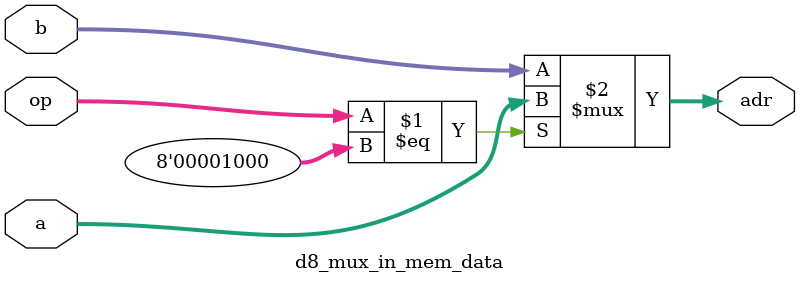
<source format=v>
module d8_mux_in_mem_data (
  input [7:0] a,
  input [7:0] op,
  input [7:0] b,
  output [7:0] adr
);

assign adr = (op == 8'h08) ? a : b;

endmodule

</source>
